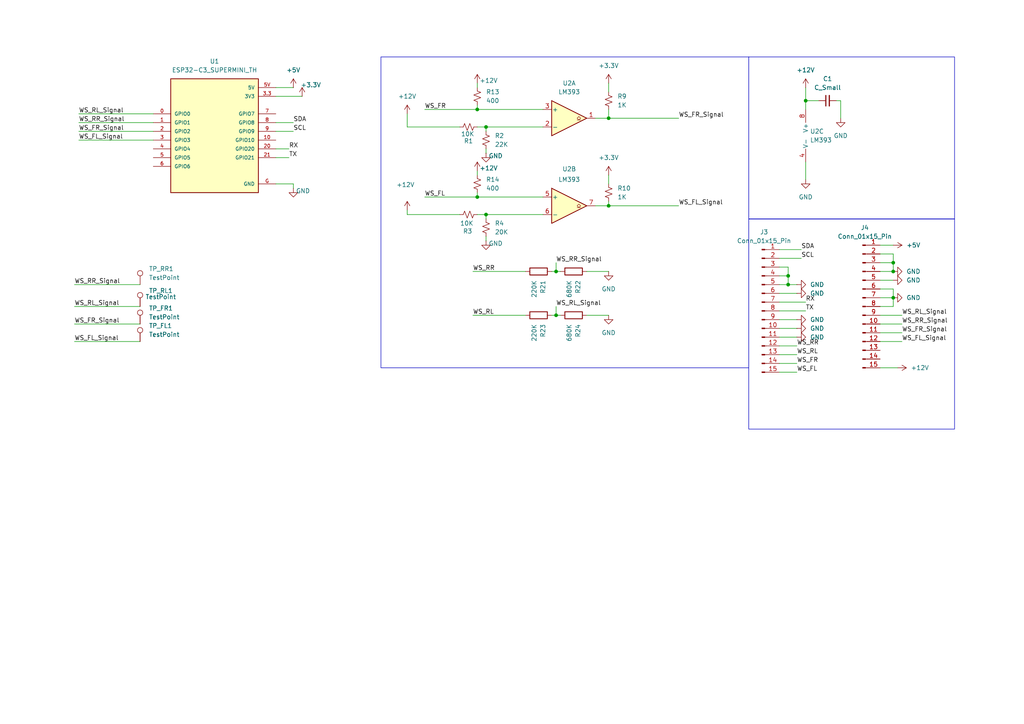
<source format=kicad_sch>
(kicad_sch (version 20250114) (generator "eeschema") (generator_version "9.0")
  (paper "A4")
  (lib_symbols
    (symbol "Comparator:LM393" (pin_names (offset 0.127))
      (property "Reference" "U" (at 3.81 3.81 0))
      (property "Value" "LM393" (at 6.35 -3.81 0))
      (symbol "LM393_1_1"
        (polyline (pts (xy -5.08 5.08) (xy 5.08 0) (xy -5.08 -5.08) (xy -5.08 5.08)) (stroke (width 0.254)) (fill (type background)))
        (polyline (pts (xy 3.302 -0.508) (xy 2.794 -0.508) (xy 3.302 0) (xy 2.794 0.508) (xy 2.286 0) (xy 2.794 -0.508) (xy 2.286 -0.508)) (stroke (width 0.127)))
        (pin input line (at -7.62 2.54 0) (length 2.54) (name "+") (number "3"))
        (pin input line (at -7.62 -2.54 0) (length 2.54) (name "-") (number "2"))
        (pin open_collector line (at 7.62 0 180) (length 2.54) (name "~") (number "1"))
      )
      (symbol "LM393_2_1"
        (polyline (pts (xy -5.08 5.08) (xy 5.08 0) (xy -5.08 -5.08) (xy -5.08 5.08)) (stroke (width 0.254)) (fill (type background)))
        (polyline (pts (xy 3.302 -0.508) (xy 2.794 -0.508) (xy 3.302 0) (xy 2.794 0.508) (xy 2.286 0) (xy 2.794 -0.508) (xy 2.286 -0.508)) (stroke (width 0.127)))
        (pin input line (at -7.62 2.54 0) (length 2.54) (name "+") (number "5"))
        (pin input line (at -7.62 -2.54 0) (length 2.54) (name "-") (number "6"))
        (pin open_collector line (at 7.62 0 180) (length 2.54) (name "~") (number "7"))
      )
      (symbol "LM393_3_1"
        (pin power_in line (at -2.54 7.62 270) (length 3.81) (name "V+") (number "8"))
        (pin power_in line (at -2.54 -7.62 90) (length 3.81) (name "V-") (number "4"))
      )
    )
    (symbol "Connector:Conn_01x15_Pin" (pin_names (offset 1.016) (hide yes))
      (property "Reference" "J" (at 0 20.32 0))
      (property "Value" "Conn_01x15_Pin" (at 0 -20.32 0))
      (symbol "Conn_01x15_Pin_1_1"
        (rectangle (start 0.8636 17.907) (end 0 17.653) (stroke (width 0.1524)) (fill (type outline)))
        (rectangle (start 0.8636 15.367) (end 0 15.113) (stroke (width 0.1524)) (fill (type outline)))
        (rectangle (start 0.8636 12.827) (end 0 12.573) (stroke (width 0.1524)) (fill (type outline)))
        (rectangle (start 0.8636 10.287) (end 0 10.033) (stroke (width 0.1524)) (fill (type outline)))
        (rectangle (start 0.8636 7.747) (end 0 7.493) (stroke (width 0.1524)) (fill (type outline)))
        (rectangle (start 0.8636 5.207) (end 0 4.953) (stroke (width 0.1524)) (fill (type outline)))
        (rectangle (start 0.8636 2.667) (end 0 2.413) (stroke (width 0.1524)) (fill (type outline)))
        (rectangle (start 0.8636 0.127) (end 0 -0.127) (stroke (width 0.1524)) (fill (type outline)))
        (rectangle (start 0.8636 -2.413) (end 0 -2.667) (stroke (width 0.1524)) (fill (type outline)))
        (rectangle (start 0.8636 -4.953) (end 0 -5.207) (stroke (width 0.1524)) (fill (type outline)))
        (rectangle (start 0.8636 -7.493) (end 0 -7.747) (stroke (width 0.1524)) (fill (type outline)))
        (rectangle (start 0.8636 -10.033) (end 0 -10.287) (stroke (width 0.1524)) (fill (type outline)))
        (rectangle (start 0.8636 -12.573) (end 0 -12.827) (stroke (width 0.1524)) (fill (type outline)))
        (rectangle (start 0.8636 -15.113) (end 0 -15.367) (stroke (width 0.1524)) (fill (type outline)))
        (rectangle (start 0.8636 -17.653) (end 0 -17.907) (stroke (width 0.1524)) (fill (type outline)))
        (polyline (pts (xy 1.27 17.78) (xy 0.8636 17.78)) (stroke (width 0.1524)))
        (polyline (pts (xy 1.27 15.24) (xy 0.8636 15.24)) (stroke (width 0.1524)))
        (polyline (pts (xy 1.27 12.7) (xy 0.8636 12.7)) (stroke (width 0.1524)))
        (polyline (pts (xy 1.27 10.16) (xy 0.8636 10.16)) (stroke (width 0.1524)))
        (polyline (pts (xy 1.27 7.62) (xy 0.8636 7.62)) (stroke (width 0.1524)))
        (polyline (pts (xy 1.27 5.08) (xy 0.8636 5.08)) (stroke (width 0.1524)))
        (polyline (pts (xy 1.27 2.54) (xy 0.8636 2.54)) (stroke (width 0.1524)))
        (polyline (pts (xy 1.27 0) (xy 0.8636 0)) (stroke (width 0.1524)))
        (polyline (pts (xy 1.27 -2.54) (xy 0.8636 -2.54)) (stroke (width 0.1524)))
        (polyline (pts (xy 1.27 -5.08) (xy 0.8636 -5.08)) (stroke (width 0.1524)))
        (polyline (pts (xy 1.27 -7.62) (xy 0.8636 -7.62)) (stroke (width 0.1524)))
        (polyline (pts (xy 1.27 -10.16) (xy 0.8636 -10.16)) (stroke (width 0.1524)))
        (polyline (pts (xy 1.27 -12.7) (xy 0.8636 -12.7)) (stroke (width 0.1524)))
        (polyline (pts (xy 1.27 -15.24) (xy 0.8636 -15.24)) (stroke (width 0.1524)))
        (polyline (pts (xy 1.27 -17.78) (xy 0.8636 -17.78)) (stroke (width 0.1524)))
        (pin passive line (at 5.08 17.78 180) (length 3.81) (name "Pin_1") (number "1"))
        (pin passive line (at 5.08 15.24 180) (length 3.81) (name "Pin_2") (number "2"))
        (pin passive line (at 5.08 12.7 180) (length 3.81) (name "Pin_3") (number "3"))
        (pin passive line (at 5.08 10.16 180) (length 3.81) (name "Pin_4") (number "4"))
        (pin passive line (at 5.08 7.62 180) (length 3.81) (name "Pin_5") (number "5"))
        (pin passive line (at 5.08 5.08 180) (length 3.81) (name "Pin_6") (number "6"))
        (pin passive line (at 5.08 2.54 180) (length 3.81) (name "Pin_7") (number "7"))
        (pin passive line (at 5.08 0 180) (length 3.81) (name "Pin_8") (number "8"))
        (pin passive line (at 5.08 -2.54 180) (length 3.81) (name "Pin_9") (number "9"))
        (pin passive line (at 5.08 -5.08 180) (length 3.81) (name "Pin_10") (number "10"))
        (pin passive line (at 5.08 -7.62 180) (length 3.81) (name "Pin_11") (number "11"))
        (pin passive line (at 5.08 -10.16 180) (length 3.81) (name "Pin_12") (number "12"))
        (pin passive line (at 5.08 -12.7 180) (length 3.81) (name "Pin_13") (number "13"))
        (pin passive line (at 5.08 -15.24 180) (length 3.81) (name "Pin_14") (number "14"))
        (pin passive line (at 5.08 -17.78 180) (length 3.81) (name "Pin_15") (number "15"))
      )
    )
    (symbol "Connector:TestPoint" (pin_numbers (hide yes)) (pin_names (offset 0.762) (hide yes))
      (property "Reference" "TP" (at 0 6.858 0))
      (property "Value" "TestPoint" (at 0 5.08 0))
      (symbol "TestPoint_0_1"
        (circle (center 0 3.302) (radius 0.762))
      )
      (symbol "TestPoint_1_1"
        (pin passive line (at 0 0 90) (length 2.54) (name "1") (number "1"))
      )
    )
    (symbol "Device:C_Small" (pin_numbers (hide yes)) (pin_names (offset 0.254) (hide yes))
      (property "Reference" "C" (at 0.254 1.778 0))
      (property "Value" "C_Small" (at 0.254 -2.032 0))
      (symbol "C_Small_0_1"
        (polyline (pts (xy -1.524 0.508) (xy 1.524 0.508)) (stroke (width 0.3048)))
        (polyline (pts (xy -1.524 -0.508) (xy 1.524 -0.508)) (stroke (width 0.3302)))
      )
      (symbol "C_Small_1_1"
        (pin passive line (at 0 2.54 270) (length 2.032) (name "~") (number "1"))
        (pin passive line (at 0 -2.54 90) (length 2.032) (name "~") (number "2"))
      )
    )
    (symbol "Device:R" (pin_numbers (hide yes)) (pin_names (offset 0))
      (property "Reference" "R" (at 2.032 0 90))
      (property "Value" "R" (at 0 0 90))
      (symbol "R_0_1"
        (rectangle (start -1.016 -2.54) (end 1.016 2.54) (stroke (width 0.254)))
      )
      (symbol "R_1_1"
        (pin passive line (at 0 3.81 270) (length 1.27) (name "~") (number "1"))
        (pin passive line (at 0 -3.81 90) (length 1.27) (name "~") (number "2"))
      )
    )
    (symbol "Device:R_Small_US" (pin_numbers (hide yes)) (pin_names (offset 0.254) (hide yes))
      (property "Reference" "R" (at 0.762 0.508 0))
      (property "Value" "R_Small_US" (at 0.762 -1.016 0))
      (symbol "R_Small_US_1_1"
        (polyline (pts (xy 0 1.524) (xy 1.016 1.143) (xy 0 0.762) (xy -1.016 0.381) (xy 0 0)))
        (polyline (pts (xy 0 0) (xy 1.016 -0.381) (xy 0 -0.762) (xy -1.016 -1.143) (xy 0 -1.524)))
        (pin passive line (at 0 2.54 270) (length 1.016) (name "~") (number "1"))
        (pin passive line (at 0 -2.54 90) (length 1.016) (name "~") (number "2"))
      )
    )
    (symbol "ESP32-C3_SUPERMINI:ESP32-C3_SUPERMINI_TH" (pin_names (offset 1.016))
      (property "Reference" "U" (at -12.7 16.002 0))
      (property "Value" "ESP32-C3_SUPERMINI_TH" (at -12.7 -20.32 0))
      (symbol "ESP32-C3_SUPERMINI_TH_0_0"
        (rectangle (start -12.7 -17.78) (end 12.7 15.24) (stroke (width 0.254)) (fill (type background)))
        (pin bidirectional line (at -17.78 5.08 0) (length 5.08) (name "GPIO0") (number "0"))
        (pin bidirectional line (at -17.78 2.54 0) (length 5.08) (name "GPIO1") (number "1"))
        (pin bidirectional line (at -17.78 0 0) (length 5.08) (name "GPIO2") (number "2"))
        (pin bidirectional line (at -17.78 -2.54 0) (length 5.08) (name "GPIO3") (number "3"))
        (pin bidirectional line (at -17.78 -5.08 0) (length 5.08) (name "GPIO4") (number "4"))
        (pin bidirectional line (at -17.78 -7.62 0) (length 5.08) (name "GPIO5") (number "5"))
        (pin bidirectional line (at -17.78 -10.16 0) (length 5.08) (name "GPIO6") (number "6"))
        (pin power_in line (at 17.78 12.7 180) (length 5.08) (name "5V") (number "5V"))
        (pin power_in line (at 17.78 10.16 180) (length 5.08) (name "3V3") (number "3.3"))
        (pin bidirectional line (at 17.78 5.08 180) (length 5.08) (name "GPIO7") (number "7"))
        (pin bidirectional line (at 17.78 2.54 180) (length 5.08) (name "GPIO8") (number "8"))
        (pin bidirectional line (at 17.78 0 180) (length 5.08) (name "GPIO9") (number "9"))
        (pin bidirectional line (at 17.78 -2.54 180) (length 5.08) (name "GPIO10") (number "10"))
        (pin bidirectional line (at 17.78 -5.08 180) (length 5.08) (name "GPIO20") (number "20"))
        (pin bidirectional line (at 17.78 -7.62 180) (length 5.08) (name "GPIO21") (number "21"))
        (pin power_in line (at 17.78 -15.24 180) (length 5.08) (name "GND") (number "G"))
      )
    )
    (symbol "power:+12V" (power) (pin_numbers (hide yes)) (pin_names (offset 0) (hide yes))
      (property "Value" "+12V" (at 0 3.556 0))
      (symbol "+12V_0_1"
        (polyline (pts (xy -0.762 1.27) (xy 0 2.54)))
        (polyline (pts (xy 0 2.54) (xy 0.762 1.27)))
        (polyline (pts (xy 0 0) (xy 0 2.54)))
      )
      (symbol "+12V_1_1"
        (pin power_in line (at 0 0 90) (length 0) (name "~") (number "1"))
      )
    )
    (symbol "power:+3.3V" (power) (pin_numbers (hide yes)) (pin_names (offset 0) (hide yes))
      (property "Value" "+3.3V" (at 0 3.556 0))
      (symbol "+3.3V_0_1"
        (polyline (pts (xy -0.762 1.27) (xy 0 2.54)))
        (polyline (pts (xy 0 2.54) (xy 0.762 1.27)))
        (polyline (pts (xy 0 0) (xy 0 2.54)))
      )
      (symbol "+3.3V_1_1"
        (pin power_in line (at 0 0 90) (length 0) (name "~") (number "1"))
      )
    )
    (symbol "power:+5V" (power) (pin_numbers (hide yes)) (pin_names (offset 0) (hide yes))
      (property "Value" "+5V" (at 0 3.556 0))
      (symbol "+5V_0_1"
        (polyline (pts (xy -0.762 1.27) (xy 0 2.54)))
        (polyline (pts (xy 0 2.54) (xy 0.762 1.27)))
        (polyline (pts (xy 0 0) (xy 0 2.54)))
      )
      (symbol "+5V_1_1"
        (pin power_in line (at 0 0 90) (length 0) (name "~") (number "1"))
      )
    )
    (symbol "power:GND" (power) (pin_numbers (hide yes)) (pin_names (offset 0) (hide yes))
      (property "Value" "GND" (at 0 -3.81 0))
      (symbol "GND_0_1"
        (polyline (pts (xy 0 0) (xy 0 -1.27) (xy 1.27 -1.27) (xy 0 -2.54) (xy -1.27 -1.27) (xy 0 -1.27)))
      )
      (symbol "GND_1_1"
        (pin power_in line (at 0 0 270) (length 0) (name "~") (number "1"))
      )
    )
  )
  (rectangle (start 110.49 16.51) (end 217.17 106.68))
  (rectangle (start 217.17 63.5) (end 276.86 124.46))
  (rectangle (start 217.17 16.51) (end 276.86 63.5))
  (junction (at 176.53 34.29))
  (junction (at 140.97 36.83))
  (junction (at 140.97 62.23))
  (junction (at 233.68 29.21))
  (junction (at 138.43 57.15))
  (junction (at 259.08 76.2))
  (junction (at 161.29 91.44))
  (junction (at 176.53 59.69))
  (junction (at 228.6 80.01))
  (junction (at 228.6 82.55))
  (junction (at 138.43 31.75))
  (junction (at 259.08 86.36))
  (junction (at 259.08 78.74))
  (junction (at 161.29 78.74))
  (wire (pts (xy 138.43 24.13) (xy 138.43 25.4)))
  (wire (pts (xy 22.86 33.02) (xy 44.45 33.02)))
  (wire (pts (xy 140.97 62.23) (xy 140.97 63.5)))
  (wire (pts (xy 80.01 43.18) (xy 83.82 43.18)))
  (wire (pts (xy 255.27 86.36) (xy 259.08 86.36)))
  (wire (pts (xy 138.43 57.15) (xy 157.48 57.15)))
  (wire (pts (xy 80.01 45.72) (xy 83.82 45.72)))
  (wire (pts (xy 228.6 77.47) (xy 228.6 80.01)))
  (wire (pts (xy 170.18 78.74) (xy 176.53 78.74)))
  (wire (pts (xy 255.27 88.9) (xy 259.08 88.9)))
  (wire (pts (xy 140.97 36.83) (xy 157.48 36.83)))
  (wire (pts (xy 137.16 91.44) (xy 152.4 91.44)))
  (wire (pts (xy 255.27 78.74) (xy 259.08 78.74)))
  (wire (pts (xy 233.68 29.21) (xy 233.68 31.75)))
  (wire (pts (xy 228.6 82.55) (xy 231.14 82.55)))
  (wire (pts (xy 176.53 24.13) (xy 176.53 26.67)))
  (wire (pts (xy 176.53 34.29) (xy 196.85 34.29)))
  (wire (pts (xy 123.19 31.75) (xy 138.43 31.75)))
  (wire (pts (xy 226.06 72.39) (xy 232.41 72.39)))
  (wire (pts (xy 118.11 62.23) (xy 133.35 62.23)))
  (wire (pts (xy 226.06 95.25) (xy 231.14 95.25)))
  (wire (pts (xy 22.86 40.64) (xy 44.45 40.64)))
  (wire (pts (xy 226.06 107.95) (xy 231.14 107.95)))
  (wire (pts (xy 172.72 59.69) (xy 176.53 59.69)))
  (wire (pts (xy 118.11 33.02) (xy 118.11 36.83)))
  (wire (pts (xy 226.06 74.93) (xy 232.41 74.93)))
  (wire (pts (xy 176.53 50.8) (xy 176.53 53.34)))
  (wire (pts (xy 255.27 73.66) (xy 259.08 73.66)))
  (wire (pts (xy 138.43 31.75) (xy 157.48 31.75)))
  (wire (pts (xy 255.27 76.2) (xy 259.08 76.2)))
  (wire (pts (xy 123.19 57.15) (xy 138.43 57.15)))
  (wire (pts (xy 226.06 80.01) (xy 228.6 80.01)))
  (wire (pts (xy 80.01 27.94) (xy 87.63 27.94)))
  (wire (pts (xy 138.43 30.48) (xy 138.43 31.75)))
  (wire (pts (xy 22.86 38.1) (xy 44.45 38.1)))
  (wire (pts (xy 138.43 55.88) (xy 138.43 57.15)))
  (wire (pts (xy 161.29 91.44) (xy 162.56 91.44)))
  (wire (pts (xy 255.27 93.98) (xy 261.62 93.98)))
  (wire (pts (xy 259.08 83.82) (xy 259.08 86.36)))
  (wire (pts (xy 85.09 53.34) (xy 85.09 54.61)))
  (wire (pts (xy 176.53 58.42) (xy 176.53 59.69)))
  (wire (pts (xy 161.29 78.74) (xy 162.56 78.74)))
  (wire (pts (xy 226.06 85.09) (xy 231.14 85.09)))
  (wire (pts (xy 255.27 81.28) (xy 259.08 81.28)))
  (wire (pts (xy 255.27 99.06) (xy 261.62 99.06)))
  (wire (pts (xy 226.06 97.79) (xy 231.14 97.79)))
  (wire (pts (xy 233.68 25.4) (xy 233.68 29.21)))
  (wire (pts (xy 137.16 78.74) (xy 152.4 78.74)))
  (wire (pts (xy 243.84 29.21) (xy 243.84 34.29)))
  (wire (pts (xy 170.18 91.44) (xy 176.53 91.44)))
  (wire (pts (xy 140.97 62.23) (xy 157.48 62.23)))
  (wire (pts (xy 21.59 99.06) (xy 40.64 99.06)))
  (wire (pts (xy 140.97 36.83) (xy 140.97 38.1)))
  (wire (pts (xy 80.01 35.56) (xy 85.09 35.56)))
  (wire (pts (xy 259.08 76.2) (xy 259.08 78.74)))
  (wire (pts (xy 140.97 44.45) (xy 140.97 43.18)))
  (wire (pts (xy 226.06 92.71) (xy 231.14 92.71)))
  (wire (pts (xy 255.27 106.68) (xy 260.35 106.68)))
  (wire (pts (xy 80.01 53.34) (xy 85.09 53.34)))
  (wire (pts (xy 138.43 49.53) (xy 138.43 50.8)))
  (wire (pts (xy 176.53 31.75) (xy 176.53 34.29)))
  (wire (pts (xy 226.06 105.41) (xy 231.14 105.41)))
  (wire (pts (xy 176.53 59.69) (xy 196.85 59.69)))
  (wire (pts (xy 138.43 36.83) (xy 140.97 36.83)))
  (wire (pts (xy 118.11 60.96) (xy 118.11 62.23)))
  (wire (pts (xy 255.27 71.12) (xy 259.08 71.12)))
  (wire (pts (xy 160.02 91.44) (xy 161.29 91.44)))
  (wire (pts (xy 259.08 86.36) (xy 259.08 88.9)))
  (wire (pts (xy 226.06 90.17) (xy 233.68 90.17)))
  (wire (pts (xy 255.27 96.52) (xy 261.62 96.52)))
  (wire (pts (xy 228.6 77.47) (xy 226.06 77.47)))
  (wire (pts (xy 228.6 82.55) (xy 228.6 80.01)))
  (wire (pts (xy 226.06 87.63) (xy 233.68 87.63)))
  (wire (pts (xy 80.01 25.4) (xy 85.09 25.4)))
  (wire (pts (xy 161.29 88.9) (xy 161.29 91.44)))
  (wire (pts (xy 226.06 102.87) (xy 231.14 102.87)))
  (wire (pts (xy 160.02 78.74) (xy 161.29 78.74)))
  (wire (pts (xy 21.59 93.98) (xy 40.64 93.98)))
  (wire (pts (xy 138.43 62.23) (xy 140.97 62.23)))
  (wire (pts (xy 161.29 76.2) (xy 161.29 78.74)))
  (wire (pts (xy 255.27 83.82) (xy 259.08 83.82)))
  (wire (pts (xy 242.57 29.21) (xy 243.84 29.21)))
  (wire (pts (xy 21.59 82.55) (xy 40.64 82.55)))
  (wire (pts (xy 118.11 36.83) (xy 133.35 36.83)))
  (wire (pts (xy 226.06 82.55) (xy 228.6 82.55)))
  (wire (pts (xy 226.06 100.33) (xy 231.14 100.33)))
  (wire (pts (xy 22.86 35.56) (xy 44.45 35.56)))
  (wire (pts (xy 140.97 68.58) (xy 140.97 69.85)))
  (wire (pts (xy 233.68 29.21) (xy 237.49 29.21)))
  (wire (pts (xy 172.72 34.29) (xy 176.53 34.29)))
  (wire (pts (xy 259.08 73.66) (xy 259.08 76.2)))
  (wire (pts (xy 255.27 91.44) (xy 261.62 91.44)))
  (wire (pts (xy 233.68 46.99) (xy 233.68 52.07)))
  (wire (pts (xy 80.01 38.1) (xy 85.09 38.1)))
  (wire (pts (xy 21.59 88.9) (xy 40.64 88.9)))
  (label "WS_FL" (at 123.19 57.15 0))
  (label "WS_RR_Signal" (at 22.86 35.56 0))
  (label "SCL" (at 85.09 38.1 0))
  (label "WS_FR_Signal" (at 196.85 34.29 0))
  (label "WS_FR_Signal" (at 261.62 96.52 0))
  (label "TX" (at 83.82 45.72 0))
  (label "WS_RL" (at 137.16 91.44 0))
  (label "WS_FL_Signal" (at 21.59 99.06 0))
  (label "WS_RR" (at 137.16 78.74 0))
  (label "WS_RR_Signal" (at 21.59 82.55 0))
  (label "WS_FR_Signal" (at 22.86 38.1 0))
  (label "RX" (at 83.82 43.18 0))
  (label "WS_FR" (at 231.14 105.41 0))
  (label "WS_RL" (at 231.14 102.87 0))
  (label "WS_FL_Signal" (at 22.86 40.64 0))
  (label "WS_RR_Signal" (at 161.29 76.2 0))
  (label "WS_FL" (at 231.14 107.95 0))
  (label "WS_RL_Signal" (at 161.29 88.9 0))
  (label "WS_FR_Signal" (at 21.59 93.98 0))
  (label "SDA" (at 232.41 72.39 0))
  (label "WS_RR_Signal" (at 261.62 93.98 0))
  (label "RX" (at 233.68 87.63 0))
  (label "SDA" (at 85.09 35.56 0))
  (label "SCL" (at 232.41 74.93 0))
  (label "TX" (at 233.68 90.17 0))
  (label "WS_RR" (at 231.14 100.33 0))
  (label "WS_FR" (at 123.19 31.75 0))
  (label "WS_FL_Signal" (at 261.62 99.06 0))
  (label "WS_RL_Signal" (at 261.62 91.44 0))
  (label "WS_RL_Signal" (at 21.59 88.9 0))
  (label "WS_RL_Signal" (at 22.86 33.02 0))
  (label "WS_FL_Signal" (at 196.85 59.69 0))
  (symbol (lib_id "Comparator:LM393") (at 165.1 34.29 0) (unit 1)
    (property "Reference" "U2" (at 165.1 24.13 0))
    (property "Value" "LM393" (at 165.1 26.67 0))
    (property "Footprint" "LM393:SO8_STM" (effects (hide yes)))
    (property "Datasheet" "http://www.ti.com/lit/ds/symlink/lm393.pdf" (effects (hide yes)))
    (property "Description" "Low-Power, Low-Offset Voltage, Dual Comparators, DIP-8/SOIC-8/TO-99-8" (effects (hide yes)))
  )
  (symbol (lib_id "power:+12V") (at 138.43 49.53 0) (unit 1)
    (property "Reference" "#PWR024" (effects (hide yes)))
    (property "Value" "+12V" (at 141.732 48.768 0))
    (property "Description" "Power symbol creates a global label with name \"+12V\"" (effects (hide yes)))
  )
  (symbol (lib_id "power:GND") (at 231.14 95.25 90) (unit 1)
    (property "Reference" "#PWR036" (effects (hide yes)))
    (property "Value" "GND" (at 234.95 95.2499 90) (effects (justify right)))
    (property "Description" "Power symbol creates a global label with name \"GND\" , ground" (effects (hide yes)))
  )
  (symbol (lib_id "Device:R_Small_US") (at 135.89 36.83 90) (unit 1)
    (property "Reference" "R1" (at 135.89 40.894 90))
    (property "Value" "10K" (at 135.636 38.862 90))
    (property "Footprint" "Resistor_SMD:R_0603_1608Metric_Pad0.98x0.95mm_HandSolder" (effects (hide yes)))
    (property "Description" "Resistor, small US symbol" (effects (hide yes)))
  )
  (symbol (lib_id "power:GND") (at 231.14 85.09 90) (unit 1)
    (property "Reference" "#PWR04" (effects (hide yes)))
    (property "Value" "GND" (at 234.95 85.0899 90) (effects (justify right)))
    (property "Description" "Power symbol creates a global label with name \"GND\" , ground" (effects (hide yes)))
  )
  (symbol (lib_id "power:GND") (at 259.08 78.74 90) (unit 1)
    (property "Reference" "#PWR043" (effects (hide yes)))
    (property "Value" "GND" (at 262.89 78.7399 90) (effects (justify right)))
    (property "Description" "Power symbol creates a global label with name \"GND\" , ground" (effects (hide yes)))
  )
  (symbol (lib_id "power:+12V") (at 138.43 24.13 0) (unit 1)
    (property "Reference" "#PWR025" (effects (hide yes)))
    (property "Value" "+12V" (at 141.732 23.368 0))
    (property "Description" "Power symbol creates a global label with name \"+12V\"" (effects (hide yes)))
  )
  (symbol (lib_id "power:GND") (at 231.14 92.71 90) (unit 1)
    (property "Reference" "#PWR037" (effects (hide yes)))
    (property "Value" "GND" (at 234.95 92.7099 90) (effects (justify right)))
    (property "Description" "Power symbol creates a global label with name \"GND\" , ground" (effects (hide yes)))
  )
  (symbol (lib_id "Device:R_Small_US") (at 140.97 40.64 0) (unit 1)
    (property "Reference" "R2" (at 143.51 39.3699 0) (effects (justify left)))
    (property "Value" "22K" (at 143.51 41.9099 0) (effects (justify left)))
    (property "Footprint" "Resistor_SMD:R_0603_1608Metric_Pad0.98x0.95mm_HandSolder" (effects (hide yes)))
    (property "Description" "Resistor, small US symbol" (effects (hide yes)))
  )
  (symbol (lib_id "Connector:TestPoint") (at 40.64 82.55 0) (unit 1)
    (property "Reference" "TP_RR1" (at 43.18 77.9779 0) (effects (justify left)))
    (property "Value" "TestPoint" (at 43.18 80.5179 0) (effects (justify left)))
    (property "Footprint" "TestPoint:TestPoint_Bridge_Pitch2.54mm_Drill0.7mm" (effects (hide yes)))
    (property "Description" "test point" (effects (hide yes)))
  )
  (symbol (lib_id "power:GND") (at 140.97 69.85 0) (unit 1)
    (property "Reference" "#PWR03" (effects (hide yes)))
    (property "Value" "GND" (at 143.764 70.612 0))
    (property "Description" "Power symbol creates a global label with name \"GND\" , ground" (effects (hide yes)))
  )
  (symbol (lib_id "Connector:TestPoint") (at 40.64 93.98 0) (unit 1)
    (property "Reference" "TP_FR1" (at 43.18 89.4079 0) (effects (justify left)))
    (property "Value" "TestPoint" (at 43.18 91.9479 0) (effects (justify left)))
    (property "Footprint" "TestPoint:TestPoint_Bridge_Pitch2.54mm_Drill0.7mm" (effects (hide yes)))
    (property "Description" "test point" (effects (hide yes)))
  )
  (symbol (lib_id "Device:R_Small_US") (at 176.53 29.21 0) (unit 1)
    (property "Reference" "R9" (at 179.07 27.9399 0) (effects (justify left)))
    (property "Value" "1K" (at 179.07 30.4799 0) (effects (justify left)))
    (property "Footprint" "Resistor_SMD:R_0603_1608Metric_Pad0.98x0.95mm_HandSolder" (effects (hide yes)))
    (property "Description" "Resistor, small US symbol" (effects (hide yes)))
  )
  (symbol (lib_id "power:+12V") (at 118.11 60.96 0) (unit 1)
    (property "Reference" "#PWR02" (effects (hide yes)))
    (property "Value" "+12V" (at 117.602 53.594 0))
    (property "Description" "Power symbol creates a global label with name \"+12V\"" (effects (hide yes)))
  )
  (symbol (lib_id "power:GND") (at 176.53 91.44 0) (unit 1)
    (property "Reference" "#PWR041" (effects (hide yes)))
    (property "Value" "GND" (at 176.53 96.52 0))
    (property "Description" "Power symbol creates a global label with name \"GND\" , ground" (effects (hide yes)))
  )
  (symbol (lib_id "power:GND") (at 233.68 52.07 0) (unit 1)
    (property "Reference" "#PWR011" (effects (hide yes)))
    (property "Value" "GND" (at 233.68 57.15 0))
    (property "Description" "Power symbol creates a global label with name \"GND\" , ground" (effects (hide yes)))
  )
  (symbol (lib_id "power:+12V") (at 260.35 106.68 270) (unit 1)
    (property "Reference" "#PWR06" (effects (hide yes)))
    (property "Value" "+12V" (at 264.16 106.6799 90) (effects (justify left)))
    (property "Description" "Power symbol creates a global label with name \"+12V\"" (effects (hide yes)))
  )
  (symbol (lib_id "power:+3.3V") (at 87.63 27.94 0) (unit 1)
    (property "Reference" "#PWR014" (effects (hide yes)))
    (property "Value" "+3.3V" (at 90.17 24.638 0))
    (property "Description" "Power symbol creates a global label with name \"+3.3V\"" (effects (hide yes)))
  )
  (symbol (lib_id "Device:C_Small") (at 240.03 29.21 90) (unit 1)
    (property "Reference" "C1" (at 240.0363 22.86 90))
    (property "Value" "C_Small" (at 240.0363 25.4 90))
    (property "Footprint" "Capacitor_SMD:C_0603_1608Metric_Pad1.08x0.95mm_HandSolder" (effects (hide yes)))
    (property "Description" "Unpolarized capacitor, small symbol" (effects (hide yes)))
  )
  (symbol (lib_id "power:+3.3V") (at 176.53 50.8 0) (unit 1)
    (property "Reference" "#PWR015" (effects (hide yes)))
    (property "Value" "+3.3V" (at 176.53 45.72 0))
    (property "Description" "Power symbol creates a global label with name \"+3.3V\"" (effects (hide yes)))
  )
  (symbol (lib_id "ESP32-C3_SUPERMINI:ESP32-C3_SUPERMINI_TH") (at 62.23 38.1 0) (unit 1)
    (property "Reference" "U1" (at 62.23 17.78 0))
    (property "Value" "ESP32-C3_SUPERMINI_TH" (at 62.23 20.32 0))
    (property "Footprint" "ESP32 SUpermini SMD:MODULE_ESP32-C3_SUPERMINI" (effects (hide yes)))
    (property "MF" "Espressif Systems" (effects (hide yes)))
    (property "MAXIMUM_PACKAGE_HEIGHT" "4.2mm" (effects (hide yes)))
    (property "Package" "Package" (effects (hide yes)))
    (property "Price" "None" (effects (hide yes)))
    (property "Check_prices" "https://www.snapeda.com/parts/ESP32-C3%20SuperMini_TH/Espressif+Systems/view-part/?ref=eda" (effects (hide yes)))
    (property "STANDARD" "Manufacturer Recommendations" (effects (hide yes)))
    (property "SnapEDA_Link" "https://www.snapeda.com/parts/ESP32-C3%20SuperMini_TH/Espressif+Systems/view-part/?ref=snap" (effects (hide yes)))
    (property "MP" "ESP32-C3 SuperMini_TH" (effects (hide yes)))
    (property "Description_1" "Super tiny ESP32-C3 board" (effects (hide yes)))
    (property "Availability" "Not in stock" (effects (hide yes)))
    (property "MANUFACTURER" "Espressif" (effects (hide yes)))
  )
  (symbol (lib_id "Device:R") (at 166.37 78.74 270) (unit 1)
    (property "Reference" "R22" (at 167.6401 81.28 0) (effects (justify left)))
    (property "Value" "680K" (at 165.1001 81.28 0) (effects (justify left)))
    (property "Footprint" "Resistor_SMD:R_0603_1608Metric_Pad0.98x0.95mm_HandSolder" (effects (hide yes)))
    (property "Description" "Resistor" (effects (hide yes)))
  )
  (symbol (lib_id "Device:R") (at 156.21 78.74 270) (unit 1)
    (property "Reference" "R21" (at 157.4801 81.28 0) (effects (justify left)))
    (property "Value" "220K" (at 154.9401 81.28 0) (effects (justify left)))
    (property "Footprint" "Resistor_SMD:R_0603_1608Metric_Pad0.98x0.95mm_HandSolder" (effects (hide yes)))
    (property "Description" "Resistor" (effects (hide yes)))
  )
  (symbol (lib_id "Connector:TestPoint") (at 40.64 88.9 0) (unit 1)
    (property "Reference" "TP_RL1" (at 43.18 84.3279 0) (effects (justify left)))
    (property "Value" "TestPoint" (at 42.164 86.106 0) (effects (justify left)))
    (property "Footprint" "TestPoint:TestPoint_Bridge_Pitch2.54mm_Drill0.7mm" (effects (hide yes)))
    (property "Description" "test point" (effects (hide yes)))
  )
  (symbol (lib_id "Device:R") (at 156.21 91.44 270) (unit 1)
    (property "Reference" "R23" (at 157.4801 93.98 0) (effects (justify left)))
    (property "Value" "220K" (at 154.9401 93.98 0) (effects (justify left)))
    (property "Footprint" "Resistor_SMD:R_0603_1608Metric_Pad0.98x0.95mm_HandSolder" (effects (hide yes)))
    (property "Description" "Resistor" (effects (hide yes)))
  )
  (symbol (lib_id "power:+12V") (at 118.11 33.02 0) (unit 1)
    (property "Reference" "#PWR01" (effects (hide yes)))
    (property "Value" "+12V" (at 118.11 27.94 0))
    (property "Description" "Power symbol creates a global label with name \"+12V\"" (effects (hide yes)))
  )
  (symbol (lib_id "power:+5V") (at 259.08 71.12 270) (unit 1)
    (property "Reference" "#PWR026" (effects (hide yes)))
    (property "Value" "+5V" (at 262.89 71.1199 90) (effects (justify left)))
    (property "Description" "Power symbol creates a global label with name \"+5V\"" (effects (hide yes)))
  )
  (symbol (lib_id "Connector:Conn_01x15_Pin") (at 220.98 90.17 0) (unit 1)
    (property "Reference" "J3" (at 221.615 67.31 0))
    (property "Value" "Conn_01x15_Pin" (at 221.615 69.85 0))
    (property "Footprint" "Connector_PinHeader_2.54mm:PinHeader_1x15_P2.54mm_Vertical" (effects (hide yes)))
    (property "Description" "Generic connector, single row, 01x15, script generated" (effects (hide yes)))
  )
  (symbol (lib_id "power:GND") (at 259.08 86.36 90) (unit 1)
    (property "Reference" "#PWR031" (effects (hide yes)))
    (property "Value" "GND" (at 262.89 86.3599 90) (effects (justify right)))
    (property "Description" "Power symbol creates a global label with name \"GND\" , ground" (effects (hide yes)))
  )
  (symbol (lib_id "Connector:TestPoint") (at 40.64 99.06 0) (unit 1)
    (property "Reference" "TP_FL1" (at 43.18 94.4879 0) (effects (justify left)))
    (property "Value" "TestPoint" (at 43.18 97.0279 0) (effects (justify left)))
    (property "Footprint" "TestPoint:TestPoint_Bridge_Pitch2.54mm_Drill0.7mm" (effects (hide yes)))
    (property "Description" "test point" (effects (hide yes)))
  )
  (symbol (lib_id "power:+12V") (at 233.68 25.4 0) (unit 1)
    (property "Reference" "#PWR09" (effects (hide yes)))
    (property "Value" "+12V" (at 233.68 20.32 0))
    (property "Description" "Power symbol creates a global label with name \"+12V\"" (effects (hide yes)))
  )
  (symbol (lib_id "Device:R_Small_US") (at 135.89 62.23 90) (unit 1)
    (property "Reference" "R3" (at 135.636 67.056 90))
    (property "Value" "10K" (at 135.382 64.77 90))
    (property "Footprint" "Resistor_SMD:R_0603_1608Metric_Pad0.98x0.95mm_HandSolder" (effects (hide yes)))
    (property "Description" "Resistor, small US symbol" (effects (hide yes)))
  )
  (symbol (lib_id "power:+3.3V") (at 176.53 24.13 0) (unit 1)
    (property "Reference" "#PWR016" (effects (hide yes)))
    (property "Value" "+3.3V" (at 176.53 19.05 0))
    (property "Description" "Power symbol creates a global label with name \"+3.3V\"" (effects (hide yes)))
  )
  (symbol (lib_id "power:GND") (at 243.84 34.29 0) (unit 1)
    (property "Reference" "#PWR020" (effects (hide yes)))
    (property "Value" "GND" (at 243.84 39.37 0))
    (property "Description" "Power symbol creates a global label with name \"GND\" , ground" (effects (hide yes)))
  )
  (symbol (lib_id "power:GND") (at 231.14 82.55 90) (unit 1)
    (property "Reference" "#PWR034" (effects (hide yes)))
    (property "Value" "GND" (at 234.95 82.5499 90) (effects (justify right)))
    (property "Description" "Power symbol creates a global label with name \"GND\" , ground" (effects (hide yes)))
  )
  (symbol (lib_id "Device:R_Small_US") (at 138.43 53.34 0) (unit 1)
    (property "Reference" "R14" (at 140.97 52.0699 0) (effects (justify left)))
    (property "Value" "400" (at 140.97 54.6099 0) (effects (justify left)))
    (property "Footprint" "Resistor_SMD:R_0603_1608Metric_Pad0.98x0.95mm_HandSolder" (effects (hide yes)))
    (property "Description" "Resistor, small US symbol" (effects (hide yes)))
  )
  (symbol (lib_id "Device:R_Small_US") (at 138.43 27.94 0) (unit 1)
    (property "Reference" "R13" (at 140.97 26.6699 0) (effects (justify left)))
    (property "Value" "400" (at 140.97 29.2099 0) (effects (justify left)))
    (property "Footprint" "Resistor_SMD:R_0603_1608Metric_Pad0.98x0.95mm_HandSolder" (effects (hide yes)))
    (property "Description" "Resistor, small US symbol" (effects (hide yes)))
  )
  (symbol (lib_id "Device:R") (at 166.37 91.44 270) (unit 1)
    (property "Reference" "R24" (at 167.6401 93.98 0) (effects (justify left)))
    (property "Value" "680K" (at 165.1001 93.98 0) (effects (justify left)))
    (property "Footprint" "Resistor_SMD:R_0603_1608Metric_Pad0.98x0.95mm_HandSolder" (effects (hide yes)))
    (property "Description" "Resistor" (effects (hide yes)))
  )
  (symbol (lib_id "power:GND") (at 231.14 97.79 90) (unit 1)
    (property "Reference" "#PWR035" (effects (hide yes)))
    (property "Value" "GND" (at 234.95 97.7899 90) (effects (justify right)))
    (property "Description" "Power symbol creates a global label with name \"GND\" , ground" (effects (hide yes)))
  )
  (symbol (lib_id "Device:R_Small_US") (at 176.53 55.88 0) (unit 1)
    (property "Reference" "R10" (at 179.07 54.6099 0) (effects (justify left)))
    (property "Value" "1K" (at 179.07 57.1499 0) (effects (justify left)))
    (property "Footprint" "Resistor_SMD:R_0603_1608Metric_Pad0.98x0.95mm_HandSolder" (effects (hide yes)))
    (property "Description" "Resistor, small US symbol" (effects (hide yes)))
  )
  (symbol (lib_id "power:+5V") (at 85.09 25.4 0) (unit 1)
    (property "Reference" "#PWR013" (effects (hide yes)))
    (property "Value" "+5V" (at 85.09 20.32 0))
    (property "Description" "Power symbol creates a global label with name \"+5V\"" (effects (hide yes)))
  )
  (symbol (lib_id "power:GND") (at 85.09 54.61 0) (unit 1)
    (property "Reference" "#PWR019" (effects (hide yes)))
    (property "Value" "GND" (at 87.884 55.372 0))
    (property "Description" "Power symbol creates a global label with name \"GND\" , ground" (effects (hide yes)))
  )
  (symbol (lib_id "power:GND") (at 259.08 81.28 90) (unit 1)
    (property "Reference" "#PWR032" (effects (hide yes)))
    (property "Value" "GND" (at 262.89 81.2799 90) (effects (justify right)))
    (property "Description" "Power symbol creates a global label with name \"GND\" , ground" (effects (hide yes)))
  )
  (symbol (lib_id "Comparator:LM393") (at 165.1 59.69 0) (unit 2)
    (property "Reference" "U2" (at 165.1 49.022 0))
    (property "Value" "LM393" (at 165.1 52.07 0))
    (property "Footprint" "LM393:SO8_STM" (effects (hide yes)))
    (property "Datasheet" "http://www.ti.com/lit/ds/symlink/lm393.pdf" (effects (hide yes)))
    (property "Description" "Low-Power, Low-Offset Voltage, Dual Comparators, DIP-8/SOIC-8/TO-99-8" (effects (hide yes)))
  )
  (symbol (lib_id "Comparator:LM393") (at 236.22 39.37 0) (unit 3)
    (property "Reference" "U2" (at 234.95 38.0999 0) (effects (justify left)))
    (property "Value" "LM393" (at 234.95 40.6399 0) (effects (justify left)))
    (property "Footprint" "LM393:SO8_STM" (effects (hide yes)))
    (property "Datasheet" "http://www.ti.com/lit/ds/symlink/lm393.pdf" (effects (hide yes)))
    (property "Description" "Low-Power, Low-Offset Voltage, Dual Comparators, DIP-8/SOIC-8/TO-99-8" (effects (hide yes)))
  )
  (symbol (lib_id "Connector:Conn_01x15_Pin") (at 250.19 88.9 0) (unit 1)
    (property "Reference" "J4" (at 250.825 66.04 0))
    (property "Value" "Conn_01x15_Pin" (at 250.825 68.58 0))
    (property "Footprint" "Connector_PinHeader_2.54mm:PinHeader_1x15_P2.54mm_Vertical" (effects (hide yes)))
    (property "Description" "Generic connector, single row, 01x15, script generated" (effects (hide yes)))
  )
  (symbol (lib_id "power:GND") (at 176.53 78.74 0) (unit 1)
    (property "Reference" "#PWR040" (effects (hide yes)))
    (property "Value" "GND" (at 176.53 83.82 0))
    (property "Description" "Power symbol creates a global label with name \"GND\" , ground" (effects (hide yes)))
  )
  (symbol (lib_id "Device:R_Small_US") (at 140.97 66.04 0) (unit 1)
    (property "Reference" "R4" (at 143.51 64.7699 0) (effects (justify left)))
    (property "Value" "20K" (at 143.51 67.3099 0) (effects (justify left)))
    (property "Footprint" "Resistor_SMD:R_0603_1608Metric_Pad0.98x0.95mm_HandSolder" (effects (hide yes)))
    (property "Description" "Resistor, small US symbol" (effects (hide yes)))
  )
  (symbol (lib_id "power:GND") (at 140.97 44.45 0) (unit 1)
    (property "Reference" "#PWR05" (effects (hide yes)))
    (property "Value" "GND" (at 143.764 45.212 0))
    (property "Description" "Power symbol creates a global label with name \"GND\" , ground" (effects (hide yes)))
  )
)
</source>
